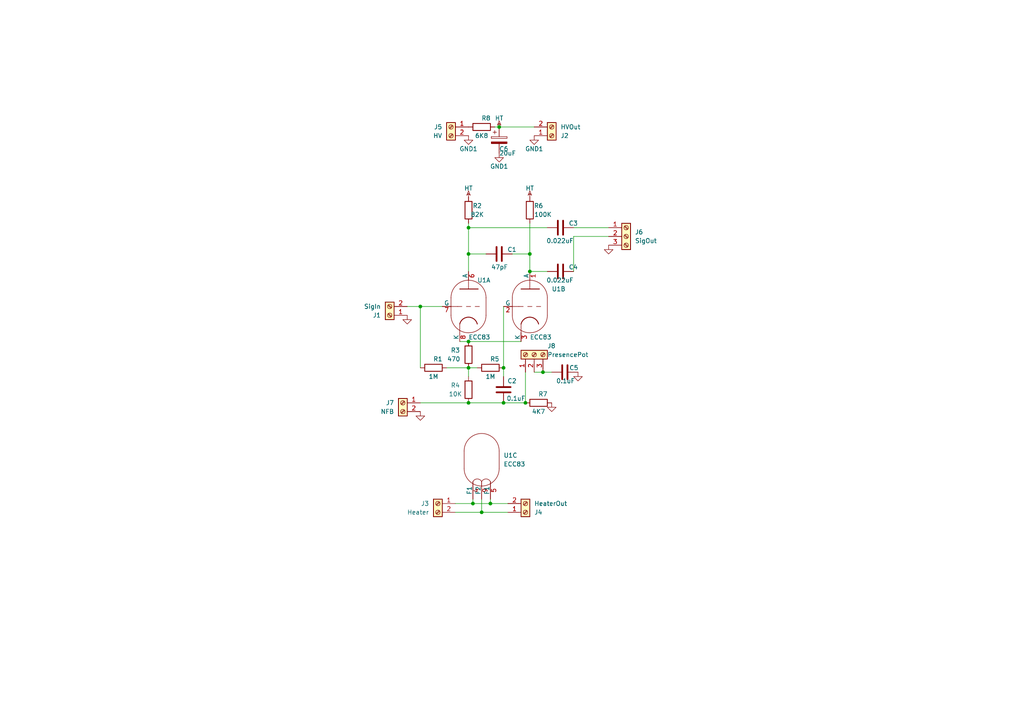
<source format=kicad_sch>
(kicad_sch (version 20230121) (generator eeschema)
  (paper "A4")
  (lib_symbols
    (symbol "Connector:Screw_Terminal_01x02" (pin_names (offset 1.016) hide)
      (property "Reference" "J" (at 0 2.54 0))
      (property "Value" "Screw_Terminal_01x02" (at 0 -5.08 0))
      (symbol "Screw_Terminal_01x02_1_1"
        (rectangle (start -1.27 1.27) (end 1.27 -3.81) (stroke (width 0.254)) (fill (type background)))
        (circle (center 0 -2.54) (radius 0.635) (stroke (width 0.1524)))
        (polyline (pts (xy -0.5334 -2.2098) (xy 0.3302 -3.048)) (stroke (width 0.1524)))
        (polyline (pts (xy -0.5334 0.3302) (xy 0.3302 -0.508)) (stroke (width 0.1524)))
        (polyline (pts (xy -0.3556 -2.032) (xy 0.508 -2.8702)) (stroke (width 0.1524)))
        (polyline (pts (xy -0.3556 0.508) (xy 0.508 -0.3302)) (stroke (width 0.1524)))
        (circle (center 0 0) (radius 0.635) (stroke (width 0.1524)))
        (pin passive line (at -5.08 0 0) (length 3.81) (name "Pin_1") (number "1"))
        (pin passive line (at -5.08 -2.54 0) (length 3.81) (name "Pin_2") (number "2"))
      )
    )
    (symbol "Connector:Screw_Terminal_01x03" (pin_names (offset 1.016) hide)
      (property "Reference" "J" (at 0 5.08 0))
      (property "Value" "Screw_Terminal_01x03" (at 0 -5.08 0))
      (symbol "Screw_Terminal_01x03_1_1"
        (rectangle (start -1.27 3.81) (end 1.27 -3.81) (stroke (width 0.254)) (fill (type background)))
        (circle (center 0 -2.54) (radius 0.635) (stroke (width 0.1524)))
        (polyline (pts (xy -0.5334 -2.2098) (xy 0.3302 -3.048)) (stroke (width 0.1524)))
        (polyline (pts (xy -0.5334 0.3302) (xy 0.3302 -0.508)) (stroke (width 0.1524)))
        (polyline (pts (xy -0.5334 2.8702) (xy 0.3302 2.032)) (stroke (width 0.1524)))
        (polyline (pts (xy -0.3556 -2.032) (xy 0.508 -2.8702)) (stroke (width 0.1524)))
        (polyline (pts (xy -0.3556 0.508) (xy 0.508 -0.3302)) (stroke (width 0.1524)))
        (polyline (pts (xy -0.3556 3.048) (xy 0.508 2.2098)) (stroke (width 0.1524)))
        (circle (center 0 0) (radius 0.635) (stroke (width 0.1524)))
        (circle (center 0 2.54) (radius 0.635) (stroke (width 0.1524)))
        (pin passive line (at -5.08 2.54 0) (length 3.81) (name "Pin_1") (number "1"))
        (pin passive line (at -5.08 0 0) (length 3.81) (name "Pin_2") (number "2"))
        (pin passive line (at -5.08 -2.54 0) (length 3.81) (name "Pin_3") (number "3"))
      )
    )
    (symbol "Device:C" (pin_numbers hide) (pin_names (offset 0.254))
      (property "Reference" "C" (at 0.635 2.54 0))
      (property "Value" "C" (at 0.635 -2.54 0))
      (symbol "C_0_1"
        (polyline (pts (xy -2.032 -0.762) (xy 2.032 -0.762)) (stroke (width 0.508)))
        (polyline (pts (xy -2.032 0.762) (xy 2.032 0.762)) (stroke (width 0.508)))
      )
      (symbol "C_1_1"
        (pin passive line (at 0 3.81 270) (length 2.794) (name "~") (number "1"))
        (pin passive line (at 0 -3.81 90) (length 2.794) (name "~") (number "2"))
      )
    )
    (symbol "Device:C_Polarized" (pin_numbers hide) (pin_names (offset 0.254))
      (property "Reference" "C" (at 0.635 2.54 0))
      (property "Value" "C_Polarized" (at 0.635 -2.54 0))
      (symbol "C_Polarized_0_1"
        (rectangle (start -2.286 0.508) (end 2.286 1.016))
        (polyline (pts (xy -1.778 2.286) (xy -0.762 2.286)))
        (polyline (pts (xy -1.27 2.794) (xy -1.27 1.778)))
        (rectangle (start 2.286 -0.508) (end -2.286 -1.016) (fill (type outline)))
      )
      (symbol "C_Polarized_1_1"
        (pin passive line (at 0 3.81 270) (length 2.794) (name "~") (number "1"))
        (pin passive line (at 0 -3.81 90) (length 2.794) (name "~") (number "2"))
      )
    )
    (symbol "Device:R" (pin_numbers hide) (pin_names (offset 0))
      (property "Reference" "R" (at 2.032 0 90))
      (property "Value" "R" (at 0 0 90))
      (symbol "R_0_1"
        (rectangle (start -1.016 -2.54) (end 1.016 2.54) (stroke (width 0.254)))
      )
      (symbol "R_1_1"
        (pin passive line (at 0 3.81 270) (length 1.27) (name "~") (number "1"))
        (pin passive line (at 0 -3.81 90) (length 1.27) (name "~") (number "2"))
      )
    )
    (symbol "Valve:ECC83" (pin_names (offset 0))
      (property "Reference" "U" (at 3.302 7.874 0))
      (property "Value" "ECC83" (at 8.89 -7.62 0))
      (symbol "ECC83_0_1"
        (arc (start -5.08 -2.54) (mid 0 -7.5979) (end 5.08 -2.54))
        (polyline (pts (xy 5.08 2.54) (xy 5.08 -2.54)))
        (polyline (pts (xy -5.08 2.54) (xy -5.08 -2.54) (xy -5.08 -2.54)))
        (arc (start 5.08 2.54) (mid 0 7.5979) (end -5.08 2.54))
      )
      (symbol "ECC83_1_0"
        (polyline (pts (xy -2.54 -5.08) (xy -2.54 -7.62)))
        (polyline (pts (xy 0 5.08) (xy 0 7.62)))
      )
      (symbol "ECC83_1_1"
        (polyline (pts (xy -5.08 0) (xy -3.175 0)))
        (polyline (pts (xy -1.905 0) (xy -3.175 0)) (stroke (width 0.1524)))
        (polyline (pts (xy -0.635 0) (xy 0.635 0)) (stroke (width 0.1524)))
        (polyline (pts (xy 1.905 0) (xy 3.175 0)) (stroke (width 0.1524)))
        (polyline (pts (xy -2.54 5.08) (xy 2.794 5.08) (xy 2.794 5.08)) (stroke (width 0.254)))
        (arc (start 2.54 -5.08) (mid 0 -3.0968) (end -2.54 -5.08) (stroke (width 0.254)))
        (pin output line (at 0 10.16 270) (length 2.54) (name "A") (number "6"))
        (pin input line (at -7.62 0 0) (length 2.54) (name "G") (number "7"))
        (pin bidirectional line (at -2.54 -10.16 90) (length 2.54) (name "K") (number "8"))
      )
      (symbol "ECC83_2_0"
        (polyline (pts (xy -2.54 -5.08) (xy -2.54 -7.62)))
        (polyline (pts (xy 0 5.08) (xy 0 7.62)))
      )
      (symbol "ECC83_2_1"
        (polyline (pts (xy -5.08 0) (xy -3.175 0)))
        (polyline (pts (xy -1.905 0) (xy -3.175 0)) (stroke (width 0.1524)))
        (polyline (pts (xy -0.635 0) (xy 0.635 0)) (stroke (width 0.1524)))
        (polyline (pts (xy 1.905 0) (xy 3.175 0)) (stroke (width 0.1524)))
        (polyline (pts (xy -2.54 5.08) (xy 2.794 5.08) (xy 2.794 5.08)) (stroke (width 0.254)))
        (arc (start 2.54 -5.08) (mid 0 -3.0968) (end -2.54 -5.08) (stroke (width 0.254)))
        (pin output line (at 0 10.16 270) (length 2.54) (name "A") (number "1"))
        (pin input line (at -7.62 0 0) (length 2.54) (name "G") (number "2"))
        (pin bidirectional line (at -2.54 -10.16 90) (length 2.54) (name "K") (number "3"))
      )
      (symbol "ECC83_3_1"
        (arc (start 0 -6.35) (mid -1.27 -5.5651) (end -2.54 -6.35))
        (arc (start 2.54 -6.35) (mid 1.27 -5.5651) (end 0 -6.35))
        (pin power_in line (at -2.54 -11.43 90) (length 5.08) (name "F1") (number "4"))
        (pin power_in line (at 2.54 -11.43 90) (length 5.08) (name "F1") (number "5"))
        (pin power_in line (at 0 -11.43 90) (length 5.08) (name "F2") (number "9"))
      )
    )
    (symbol "power:GND" (power) (pin_names (offset 0))
      (property "Value" "GND" (at 0 -3.81 0))
      (symbol "GND_0_1"
        (polyline (pts (xy 0 0) (xy 0 -1.27) (xy 1.27 -1.27) (xy 0 -2.54) (xy -1.27 -1.27) (xy 0 -1.27)))
      )
      (symbol "GND_1_1"
        (pin power_in line (at 0 0 270) (length 0) hide (name "GND") (number "1"))
      )
    )
    (symbol "power:GND1" (power) (pin_names (offset 0))
      (property "Value" "GND1" (at 0 -3.81 0))
      (symbol "GND1_0_1"
        (polyline (pts (xy 0 0) (xy 0 -1.27) (xy 1.27 -1.27) (xy 0 -2.54) (xy -1.27 -1.27) (xy 0 -1.27)))
      )
      (symbol "GND1_1_1"
        (pin power_in line (at 0 0 270) (length 0) hide (name "GND1") (number "1"))
      )
    )
    (symbol "power:HT" (power) (pin_names (offset 0))
      (property "Value" "HT" (at 0 2.286 0))
      (symbol "HT_0_0"
        (pin power_in line (at 0 0 90) (length 0) hide (name "HT") (number "1"))
      )
      (symbol "HT_0_1"
        (polyline (pts (xy 0 0) (xy 0 1.016) (xy 0 1.016)))
        (polyline (pts (xy 0 1.016) (xy 0.508 0.508) (xy 0 1.778) (xy -0.508 0.508) (xy 0 1.016) (xy 0 1.016)))
      )
    )
  )
  (junction (at 152.4 116.84))
  (junction (at 153.67 78.74))
  (junction (at 135.89 116.84))
  (junction (at 144.78 36.83))
  (junction (at 137.16 146.05))
  (junction (at 146.05 116.84))
  (junction (at 121.92 88.9))
  (junction (at 146.05 106.68))
  (junction (at 139.7 148.59))
  (junction (at 135.89 99.06))
  (junction (at 157.48 107.95))
  (junction (at 135.89 66.04))
  (junction (at 135.89 106.68))
  (junction (at 135.89 73.66))
  (junction (at 142.24 146.05))
  (junction (at 153.67 73.66))
  (wire (pts (xy 129.54 106.68) (xy 135.89 106.68)))
  (wire (pts (xy 153.67 78.74) (xy 158.75 78.74)))
  (wire (pts (xy 166.37 66.04) (xy 176.53 66.04)))
  (wire (pts (xy 135.89 106.68) (xy 138.43 106.68)))
  (wire (pts (xy 146.05 88.9) (xy 146.05 106.68)))
  (wire (pts (xy 158.75 66.04) (xy 135.89 66.04)))
  (wire (pts (xy 135.89 109.22) (xy 135.89 106.68)))
  (wire (pts (xy 152.4 116.84) (xy 152.4 107.95)))
  (wire (pts (xy 135.89 99.06) (xy 151.13 99.06)))
  (wire (pts (xy 135.89 66.04) (xy 135.89 73.66)))
  (wire (pts (xy 144.78 36.83) (xy 154.94 36.83)))
  (wire (pts (xy 142.24 146.05) (xy 147.32 146.05)))
  (wire (pts (xy 157.48 107.95) (xy 160.02 107.95)))
  (wire (pts (xy 137.16 146.05) (xy 142.24 146.05)))
  (wire (pts (xy 166.37 78.74) (xy 166.37 68.58)))
  (wire (pts (xy 152.4 116.84) (xy 146.05 116.84)))
  (wire (pts (xy 166.37 68.58) (xy 176.53 68.58)))
  (wire (pts (xy 121.92 116.84) (xy 135.89 116.84)))
  (wire (pts (xy 143.51 36.83) (xy 144.78 36.83)))
  (wire (pts (xy 146.05 109.22) (xy 146.05 106.68)))
  (wire (pts (xy 137.16 144.78) (xy 137.16 146.05)))
  (wire (pts (xy 153.67 73.66) (xy 153.67 78.74)))
  (wire (pts (xy 142.24 144.78) (xy 142.24 146.05)))
  (wire (pts (xy 132.08 146.05) (xy 137.16 146.05)))
  (wire (pts (xy 154.94 107.95) (xy 157.48 107.95)))
  (wire (pts (xy 121.92 88.9) (xy 121.92 106.68)))
  (wire (pts (xy 148.59 73.66) (xy 153.67 73.66)))
  (wire (pts (xy 132.08 148.59) (xy 139.7 148.59)))
  (wire (pts (xy 133.35 99.06) (xy 135.89 99.06)))
  (wire (pts (xy 118.11 88.9) (xy 121.92 88.9)))
  (wire (pts (xy 135.89 73.66) (xy 135.89 78.74)))
  (wire (pts (xy 135.89 64.77) (xy 135.89 66.04)))
  (wire (pts (xy 139.7 148.59) (xy 147.32 148.59)))
  (wire (pts (xy 121.92 88.9) (xy 128.27 88.9)))
  (wire (pts (xy 135.89 116.84) (xy 146.05 116.84)))
  (wire (pts (xy 139.7 144.78) (xy 139.7 148.59)))
  (wire (pts (xy 153.67 64.77) (xy 153.67 73.66)))
  (wire (pts (xy 135.89 73.66) (xy 140.97 73.66)))
  (symbol (lib_id "Device:R") (at 135.89 60.96 180) (unit 1)
    (property "Reference" "R2" (at 138.43 59.69 0))
    (property "Value" "82K" (at 138.43 62.23 0))
    (property "Footprint" "Resistor_THT:R_Axial_DIN0309_L9.0mm_D3.2mm_P12.70mm_Horizontal" (effects hide))
  )
  (symbol (lib_id "power:HT") (at 144.78 36.83 0) (unit 1)
    (property "Reference" "#PWR07" (effects hide))
    (property "Value" "HT" (at 144.78 34.29 0))
  )
  (symbol (lib_id "power:GND") (at 121.92 119.38 0) (unit 1)
    (property "Reference" "#PWR010" (effects hide))
    (property "Value" "GND" (effects hide))
  )
  (symbol (lib_id "power:HT") (at 153.67 57.15 0) (unit 1)
    (property "Reference" "#PWR09" (effects hide))
    (property "Value" "HT" (at 153.67 54.61 0))
  )
  (symbol (lib_id "Device:C") (at 162.56 66.04 90) (unit 1)
    (property "Reference" "C3" (at 167.64 64.77 90) (effects (justify left)))
    (property "Value" "0.022uF" (at 166.37 69.85 90) (effects (justify left)))
    (property "Footprint" "CustomFootprints:FG26 Cap" (effects hide))
  )
  (symbol (lib_id "power:GND") (at 167.64 107.95 0) (unit 1)
    (property "Reference" "#PWR06" (effects hide))
    (property "Value" "GND" (effects hide))
  )
  (symbol (lib_id "Device:R") (at 135.89 113.03 180) (unit 1)
    (property "Reference" "R4" (at 132.08 111.76 0))
    (property "Value" "10K" (at 132.08 114.3 0))
    (property "Footprint" "Resistor_THT:R_Axial_DIN0309_L9.0mm_D3.2mm_P12.70mm_Horizontal" (effects hide))
  )
  (symbol (lib_id "Device:C") (at 146.05 113.03 180) (unit 1)
    (property "Reference" "C2" (at 149.86 110.49 0) (effects (justify left)))
    (property "Value" "0.1uF" (at 152.4 115.57 0) (effects (justify left)))
    (property "Footprint" "CustomFootprints:FG26 Cap" (effects hide))
  )
  (symbol (lib_id "power:GND") (at 176.53 71.12 0) (unit 1)
    (property "Reference" "#PWR03" (effects hide))
    (property "Value" "GND" (effects hide))
  )
  (symbol (lib_id "Device:R") (at 125.73 106.68 270) (unit 1)
    (property "Reference" "R1" (at 127 104.14 90))
    (property "Value" "1M" (at 125.73 109.22 90))
    (property "Footprint" "Resistor_THT:R_Axial_DIN0309_L9.0mm_D3.2mm_P12.70mm_Horizontal" (effects hide))
  )
  (symbol (lib_id "Connector:Screw_Terminal_01x02") (at 113.03 91.44 180) (unit 1)
    (property "Reference" "J1" (at 110.49 91.44 0) (effects (justify left)))
    (property "Value" "SigIn" (at 110.49 88.9 0) (effects (justify left)))
    (property "Footprint" "Connector_Molex:Molex_Micro-Fit_3.0_43650-0200_1x02_P3.00mm_Horizontal" (effects hide))
  )
  (symbol (lib_id "Device:C") (at 162.56 78.74 90) (unit 1)
    (property "Reference" "C4" (at 167.64 77.47 90) (effects (justify left)))
    (property "Value" "0.022uF" (at 166.37 81.28 90) (effects (justify left)))
    (property "Footprint" "CustomFootprints:FG26 Cap" (effects hide))
  )
  (symbol (lib_id "Device:C") (at 163.83 107.95 270) (unit 1)
    (property "Reference" "C5" (at 165.1 106.68 90) (effects (justify left)))
    (property "Value" "0.1uF" (at 161.29 110.49 90) (effects (justify left)))
    (property "Footprint" "CustomFootprints:FG26 Cap" (effects hide))
  )
  (symbol (lib_id "Connector:Screw_Terminal_01x03") (at 181.61 68.58 0) (unit 1)
    (property "Reference" "J6" (at 184.15 67.31 0) (effects (justify left)))
    (property "Value" "SigOut" (at 184.15 69.85 0) (effects (justify left)))
    (property "Footprint" "Connector_Molex:Molex_Micro-Fit_3.0_43650-0300_1x03_P3.00mm_Horizontal" (effects hide))
  )
  (symbol (lib_id "Valve:ECC83") (at 139.7 133.35 0) (unit 3)
    (property "Reference" "U1" (at 146.05 132.08 0) (effects (justify left)))
    (property "Value" "ECC83" (at 146.05 134.62 0) (effects (justify left)))
    (property "Footprint" "CustomFootprints:BELTON_VT9-PT" (effects hide))
    (property "Datasheet" "http://www.r-type.org/pdfs/ecc83.pdf" (effects hide))
  )
  (symbol (lib_id "Device:C_Polarized") (at 144.78 40.64 0) (unit 1)
    (property "Reference" "C6" (at 144.78 43.18 0) (effects (justify left)))
    (property "Value" "20uF" (at 144.78 44.45 0) (effects (justify left)))
    (property "Footprint" "Capacitor_THT:CP_Radial_D13.0mm_P5.00mm" (effects hide))
  )
  (symbol (lib_id "power:GND1") (at 154.94 39.37 0) (unit 1)
    (property "Reference" "#PWR05" (effects hide))
    (property "Value" "GND1" (at 154.94 43.18 0))
  )
  (symbol (lib_id "Connector:Screw_Terminal_01x02") (at 152.4 148.59 0) (mirror x) (unit 1)
    (property "Reference" "J4" (at 154.94 148.59 0) (effects (justify left)))
    (property "Value" "HeaterOut" (at 154.94 146.05 0) (effects (justify left)))
    (property "Footprint" "Connector_Molex:Molex_Micro-Fit_3.0_43650-0215_1x02_P3.00mm_Vertical" (effects hide))
  )
  (symbol (lib_id "Device:C") (at 144.78 73.66 90) (unit 1)
    (property "Reference" "C1" (at 149.86 72.39 90) (effects (justify left)))
    (property "Value" "47pF" (at 147.32 77.47 90) (effects (justify left)))
    (property "Footprint" "CustomFootprints:FG26 Cap" (effects hide))
  )
  (symbol (lib_id "power:GND") (at 160.02 116.84 0) (unit 1)
    (property "Reference" "#PWR01" (effects hide))
    (property "Value" "GND" (effects hide))
  )
  (symbol (lib_id "Device:R") (at 153.67 60.96 180) (unit 1)
    (property "Reference" "R6" (at 156.21 59.69 0))
    (property "Value" "100K" (at 157.48 62.23 0))
    (property "Footprint" "Resistor_THT:R_Axial_DIN0309_L9.0mm_D3.2mm_P12.70mm_Horizontal" (effects hide))
  )
  (symbol (lib_id "Valve:ECC83") (at 135.89 88.9 0) (unit 1)
    (property "Reference" "U1" (at 138.43 81.28 0) (effects (justify left)))
    (property "Value" "ECC83" (at 135.89 97.79 0) (effects (justify left)))
    (property "Footprint" "CustomFootprints:BELTON_VT9-PT" (effects hide))
    (property "Datasheet" "http://www.r-type.org/pdfs/ecc83.pdf" (effects hide))
  )
  (symbol (lib_id "power:GND1") (at 144.78 44.45 0) (unit 1)
    (property "Reference" "#PWR02" (effects hide))
    (property "Value" "GND1" (at 144.78 48.26 0))
  )
  (symbol (lib_id "Valve:ECC83") (at 153.67 88.9 0) (unit 2)
    (property "Reference" "U1" (at 160.02 83.82 0) (effects (justify left)))
    (property "Value" "ECC83" (at 153.67 97.79 0) (effects (justify left)))
    (property "Footprint" "CustomFootprints:BELTON_VT9-PT" (effects hide))
    (property "Datasheet" "http://www.r-type.org/pdfs/ecc83.pdf" (effects hide))
  )
  (symbol (lib_id "Connector:Screw_Terminal_01x02") (at 127 146.05 0) (mirror y) (unit 1)
    (property "Reference" "J3" (at 124.46 146.05 0) (effects (justify left)))
    (property "Value" "Heater" (at 124.46 148.59 0) (effects (justify left)))
    (property "Footprint" "Connector_Molex:Molex_Micro-Fit_3.0_43650-0215_1x02_P3.00mm_Vertical" (effects hide))
  )
  (symbol (lib_id "Connector:Screw_Terminal_01x02") (at 160.02 39.37 0) (mirror x) (unit 1)
    (property "Reference" "J2" (at 162.56 39.37 0) (effects (justify left)))
    (property "Value" "HVOut" (at 162.56 36.83 0) (effects (justify left)))
    (property "Footprint" "Connector_Molex:Molex_Micro-Fit_3.0_43650-0200_1x02_P3.00mm_Horizontal" (effects hide))
  )
  (symbol (lib_id "power:GND1") (at 135.89 39.37 0) (unit 1)
    (property "Reference" "#PWR04" (effects hide))
    (property "Value" "GND1" (at 135.89 43.18 0))
  )
  (symbol (lib_id "Device:R") (at 135.89 102.87 180) (unit 1)
    (property "Reference" "R3" (at 132.08 101.6 0))
    (property "Value" "470 " (at 132.08 104.14 0))
    (property "Footprint" "Resistor_THT:R_Axial_DIN0309_L9.0mm_D3.2mm_P12.70mm_Horizontal" (effects hide))
  )
  (symbol (lib_id "Device:R") (at 156.21 116.84 270) (unit 1)
    (property "Reference" "R7" (at 157.48 114.3 90))
    (property "Value" "4K7" (at 156.21 119.38 90))
    (property "Footprint" "Resistor_THT:R_Axial_DIN0309_L9.0mm_D3.2mm_P12.70mm_Horizontal" (effects hide))
  )
  (symbol (lib_id "power:HT") (at 135.89 57.15 0) (unit 1)
    (property "Reference" "#PWR08" (effects hide))
    (property "Value" "HT" (at 135.89 54.61 0))
  )
  (symbol (lib_id "power:GND") (at 118.11 91.44 0) (unit 1)
    (property "Reference" "#PWR011" (effects hide))
    (property "Value" "GND" (effects hide))
  )
  (symbol (lib_id "Connector:Screw_Terminal_01x02") (at 130.81 36.83 0) (mirror y) (unit 1)
    (property "Reference" "J5" (at 128.27 36.83 0) (effects (justify left)))
    (property "Value" "HV" (at 128.27 39.37 0) (effects (justify left)))
    (property "Footprint" "Connector_Molex:Molex_Micro-Fit_3.0_43650-0200_1x02_P3.00mm_Horizontal" (effects hide))
  )
  (symbol (lib_id "Connector:Screw_Terminal_01x02") (at 116.84 116.84 0) (mirror y) (unit 1)
    (property "Reference" "J7" (at 114.3 116.84 0) (effects (justify left)))
    (property "Value" "NFB" (at 114.3 119.38 0) (effects (justify left)))
    (property "Footprint" "Connector_Molex:Molex_Micro-Fit_3.0_43650-0200_1x02_P3.00mm_Horizontal" (effects hide))
  )
  (symbol (lib_id "Device:R") (at 142.24 106.68 270) (unit 1)
    (property "Reference" "R5" (at 143.51 104.14 90))
    (property "Value" "1M" (at 142.24 109.22 90))
    (property "Footprint" "Resistor_THT:R_Axial_DIN0309_L9.0mm_D3.2mm_P12.70mm_Horizontal" (effects hide))
  )
  (symbol (lib_id "Device:R") (at 139.7 36.83 90) (unit 1)
    (property "Reference" "R8" (at 140.97 34.29 90))
    (property "Value" "6K8" (at 139.7 39.37 90))
    (property "Footprint" "Resistor_THT:R_Axial_DIN0309_L9.0mm_D3.2mm_P12.70mm_Horizontal" (effects hide))
  )
  (symbol (lib_id "Connector:Screw_Terminal_01x03") (at 154.94 102.87 90) (unit 1)
    (property "Reference" "J8" (at 158.75 100.33 90) (effects (justify right)))
    (property "Value" "PresencePot" (at 158.75 102.87 90) (effects (justify right)))
    (property "Footprint" "Connector_Molex:Molex_Micro-Fit_3.0_43650-0315_1x03_P3.00mm_Vertical" (effects hide))
  )
)
</source>
